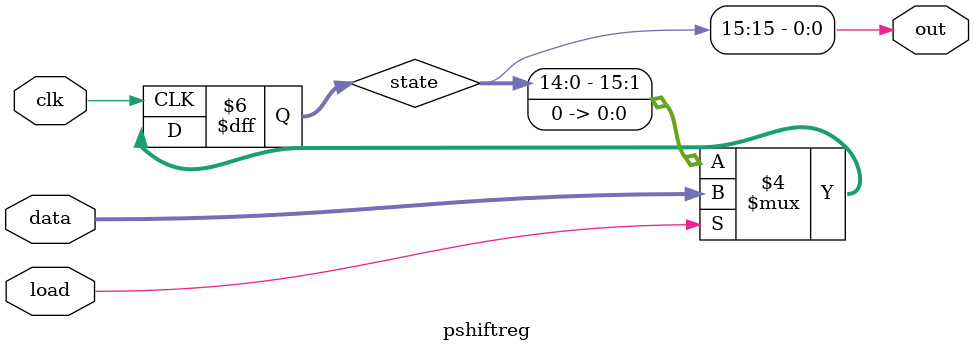
<source format=v>
`timescale 1ns / 1ps


// Parameters
// WIDTH. width of the state in bits

// Ports
// clk, in. clock signal
// data, in. data to be loaded
// load, in. high when data should be loaded (synchronous w/clk)
// out, out.

module pshiftreg
  #(parameter WIDTH = 16)
   (
    input 	      clk,
    input [WIDTH-1:0] data,
    input 	      load,
    output 	      out
    );
   
   reg [WIDTH-1:0]    state;
   
   assign out = state[WIDTH-1];

   // who needs explicit flipflops. should shift in zero
   always @(posedge(clk))
     begin
	state <= state << 1'b1;
	if (load == 1'b1) state <= data;
     end
   
endmodule

</source>
